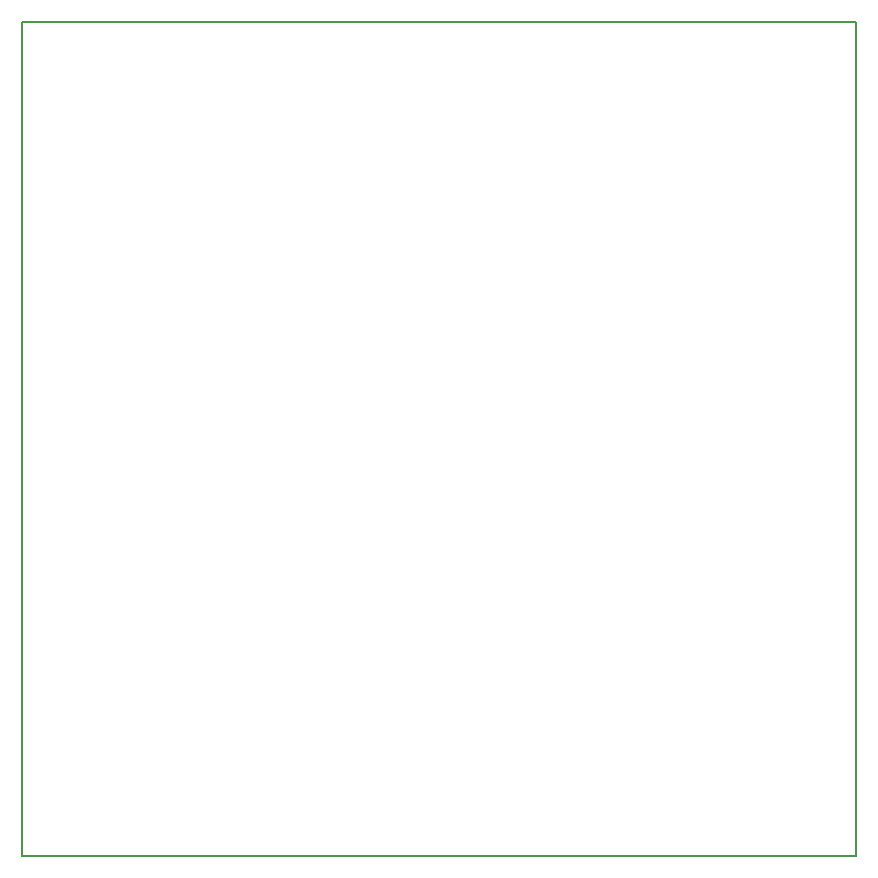
<source format=gbr>
%TF.GenerationSoftware,KiCad,Pcbnew,6.0.4-6f826c9f35~116~ubuntu20.04.1*%
%TF.CreationDate,2022-05-18T17:35:47+00:00*%
%TF.ProjectId,ADCoctoSPI01B,4144436f-6374-46f5-9350-493031422e6b,rev?*%
%TF.SameCoordinates,Original*%
%TF.FileFunction,Profile,NP*%
%FSLAX46Y46*%
G04 Gerber Fmt 4.6, Leading zero omitted, Abs format (unit mm)*
G04 Created by KiCad (PCBNEW 6.0.4-6f826c9f35~116~ubuntu20.04.1) date 2022-05-18 17:35:47*
%MOMM*%
%LPD*%
G01*
G04 APERTURE LIST*
%TA.AperFunction,Profile*%
%ADD10C,0.200000*%
%TD*%
G04 APERTURE END LIST*
D10*
X59944000Y-136906000D02*
X130556000Y-136906000D01*
X130556000Y-66294000D02*
X59944000Y-66294000D01*
X59944000Y-66294000D02*
X59944000Y-136906000D01*
X130556000Y-136906000D02*
X130556000Y-66294000D01*
M02*

</source>
